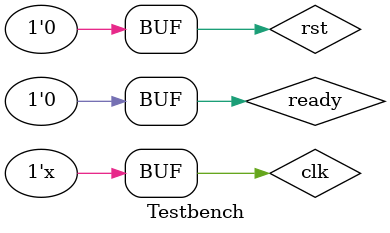
<source format=sv>
`timescale 1ns / 1ps

module Testbench(

    );

    logic clk = 0;
    logic rst = 0;
    logic simclk;
    logic simrst;
    logic UART_0_rxd;
    
reg [3:0]dec_count = 0;
reg [1:0]en_count = 0;
reg [7:0]tx_data;
reg [15:0]tx_data_test;
reg TxD;
reg en = 0;
reg ready = 0;
reg [15:0] en_wait = 0;
wire [15:0]decimal_data;
reg [15:0]decimal_data_l;
wire transmit;
reg [15:0]transmit_delay = 0;
reg load_done;

    
always
begin
    #10ns clk = ~clk;
end

 transmitter T1 (.clk(clk), .reset(rst),.transmit(en),.TxD(TxD),.data(tx_data_test));

always@(posedge clk)begin
    transmit_delay = transmit_delay + 1;
    if(transmit_delay >= 65520)begin
        transmit_delay = 0;
        en = 1;
        
    end
    if(en)begin
        en_wait = en_wait + 1;
        if(en_wait >= 20900)begin
            en_count = en_count + 1;
            en_wait = 0;
            en = 0;
        end
    end
    
    if(en_count%2)begin
        tx_data_test = {6'b001100,en_count};
    end
    else begin
        tx_data_test =  8'h10;   
    end
    if(dec_count == 4)begin
        decimal_data_l = 32'hABCD1234;
        dec_count = 0;
        tx_data = 8'h10;
    end
    /*if(dec_count == 1'h1)begin
        tx_data = 8'h2E;
        dec_count = dec_count + 1;
    end
    */
    tx_data = {4'b0011,decimal_data_l[15:12]};
    decimal_data_l = decimal_data_l << 4;
    dec_count = dec_count + 1;
end
    

endmodule

</source>
